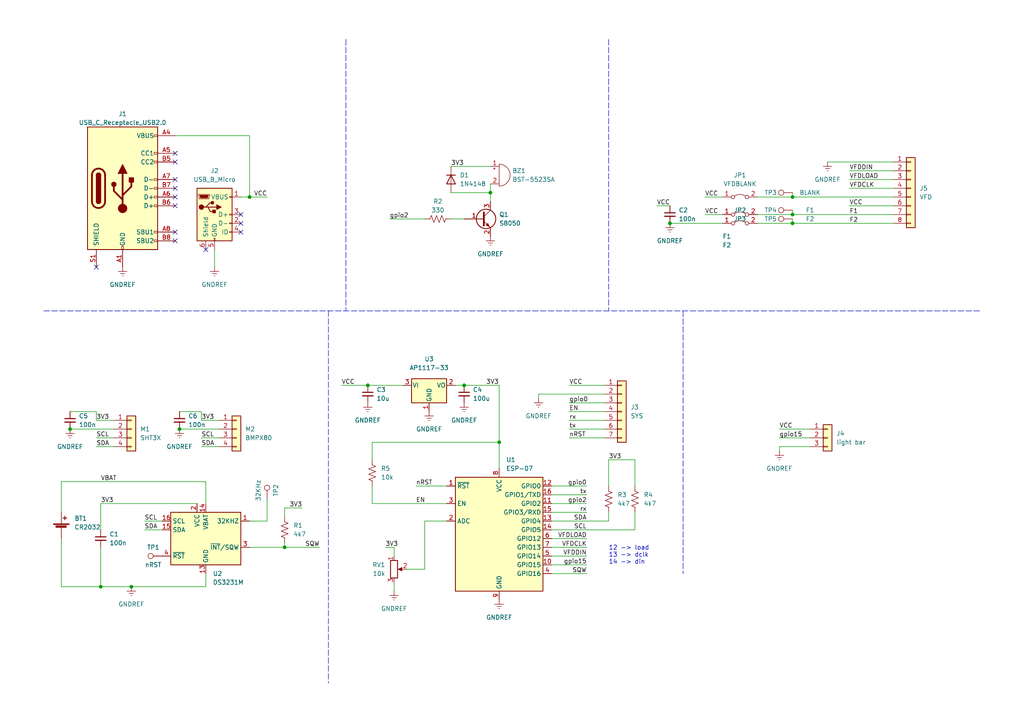
<source format=kicad_sch>
(kicad_sch (version 20211123) (generator eeschema)
  (paper "A4")
  (lib_symbols
    (symbol "Connector:TestPoint" (pin_numbers hide) (pin_names (offset 0.762) hide)
      (property "Reference" "TP" (at 0 6.858 0))
      (property "Value" "TestPoint" (at 0 5.08 0))
      (symbol "TestPoint_0_1"
        (circle (center 0 3.302) (radius 0.762))
      )
      (symbol "TestPoint_1_1"
        (pin passive line (at 0 0 90) (length 2.54) (name "1") (number "1"))
      )
    )
    (symbol "Connector:USB_B_Micro" (pin_names (offset 1.016))
      (property "Reference" "J" (at -5.08 11.43 0))
      (property "Value" "USB_B_Micro" (at -5.08 8.89 0))
      (symbol "USB_B_Micro_0_1"
        (rectangle (start -5.08 -7.62) (end 5.08 7.62) (stroke (width 0.254)) (fill (type background)))
        (circle (center -3.81 2.159) (radius 0.635) (stroke (width 0.254)) (fill (type outline)))
        (circle (center -0.635 3.429) (radius 0.381) (stroke (width 0.254)) (fill (type outline)))
        (rectangle (start -0.127 -7.62) (end 0.127 -6.858))
        (polyline (pts (xy -1.905 2.159) (xy 0.635 2.159)) (stroke (width 0.254)))
        (polyline (pts (xy -3.175 2.159) (xy -2.54 2.159) (xy -1.27 3.429) (xy -0.635 3.429)) (stroke (width 0.254)))
        (polyline (pts (xy -2.54 2.159) (xy -1.905 2.159) (xy -1.27 0.889) (xy 0 0.889)) (stroke (width 0.254)))
        (polyline (pts (xy 0.635 2.794) (xy 0.635 1.524) (xy 1.905 2.159) (xy 0.635 2.794)) (stroke (width 0.254)) (fill (type outline)))
        (polyline (pts (xy -4.318 5.588) (xy -1.778 5.588) (xy -2.032 4.826) (xy -4.064 4.826) (xy -4.318 5.588)) (fill (type outline)))
        (polyline (pts (xy -4.699 5.842) (xy -4.699 5.588) (xy -4.445 4.826) (xy -4.445 4.572) (xy -1.651 4.572) (xy -1.651 4.826) (xy -1.397 5.588) (xy -1.397 5.842) (xy -4.699 5.842)))
        (rectangle (start 0.254 1.27) (end -0.508 0.508) (stroke (width 0.254)) (fill (type outline)))
        (rectangle (start 5.08 -5.207) (end 4.318 -4.953))
        (rectangle (start 5.08 -2.667) (end 4.318 -2.413))
        (rectangle (start 5.08 -0.127) (end 4.318 0.127))
        (rectangle (start 5.08 4.953) (end 4.318 5.207))
      )
      (symbol "USB_B_Micro_1_1"
        (pin power_out line (at 7.62 5.08 180) (length 2.54) (name "VBUS") (number "1"))
        (pin bidirectional line (at 7.62 -2.54 180) (length 2.54) (name "D-") (number "2"))
        (pin bidirectional line (at 7.62 0 180) (length 2.54) (name "D+") (number "3"))
        (pin passive line (at 7.62 -5.08 180) (length 2.54) (name "ID") (number "4"))
        (pin power_out line (at 0 -10.16 90) (length 2.54) (name "GND") (number "5"))
        (pin passive line (at -2.54 -10.16 90) (length 2.54) (name "Shield") (number "6"))
      )
    )
    (symbol "Connector:USB_C_Receptacle_USB2.0" (pin_names (offset 1.016))
      (property "Reference" "J" (at -10.16 19.05 0))
      (property "Value" "USB_C_Receptacle_USB2.0" (at 19.05 19.05 0))
      (symbol "USB_C_Receptacle_USB2.0_0_0"
        (rectangle (start -0.254 -17.78) (end 0.254 -16.764))
        (rectangle (start 10.16 -14.986) (end 9.144 -15.494))
        (rectangle (start 10.16 -12.446) (end 9.144 -12.954))
        (rectangle (start 10.16 -4.826) (end 9.144 -5.334))
        (rectangle (start 10.16 -2.286) (end 9.144 -2.794))
        (rectangle (start 10.16 0.254) (end 9.144 -0.254))
        (rectangle (start 10.16 2.794) (end 9.144 2.286))
        (rectangle (start 10.16 7.874) (end 9.144 7.366))
        (rectangle (start 10.16 10.414) (end 9.144 9.906))
        (rectangle (start 10.16 15.494) (end 9.144 14.986))
      )
      (symbol "USB_C_Receptacle_USB2.0_0_1"
        (rectangle (start -10.16 17.78) (end 10.16 -17.78) (stroke (width 0.254)) (fill (type background)))
        (arc (start -8.89 -3.81) (mid -6.985 -5.715) (end -5.08 -3.81) (stroke (width 0.508)))
        (arc (start -7.62 -3.81) (mid -6.985 -4.445) (end -6.35 -3.81) (stroke (width 0.254)))
        (arc (start -7.62 -3.81) (mid -6.985 -4.445) (end -6.35 -3.81) (stroke (width 0.254)) (fill (type outline)))
        (rectangle (start -7.62 -3.81) (end -6.35 3.81) (stroke (width 0.254)) (fill (type outline)))
        (arc (start -6.35 3.81) (mid -6.985 4.445) (end -7.62 3.81) (stroke (width 0.254)))
        (arc (start -6.35 3.81) (mid -6.985 4.445) (end -7.62 3.81) (stroke (width 0.254)) (fill (type outline)))
        (arc (start -5.08 3.81) (mid -6.985 5.715) (end -8.89 3.81) (stroke (width 0.508)))
        (circle (center -2.54 1.143) (radius 0.635) (stroke (width 0.254)) (fill (type outline)))
        (circle (center 0 -5.842) (radius 1.27) (fill (type outline)))
        (polyline (pts (xy -8.89 -3.81) (xy -8.89 3.81)) (stroke (width 0.508)))
        (polyline (pts (xy -5.08 3.81) (xy -5.08 -3.81)) (stroke (width 0.508)))
        (polyline (pts (xy 0 -5.842) (xy 0 4.318)) (stroke (width 0.508)))
        (polyline (pts (xy 0 -3.302) (xy -2.54 -0.762) (xy -2.54 0.508)) (stroke (width 0.508)))
        (polyline (pts (xy 0 -2.032) (xy 2.54 0.508) (xy 2.54 1.778)) (stroke (width 0.508)))
        (polyline (pts (xy -1.27 4.318) (xy 0 6.858) (xy 1.27 4.318) (xy -1.27 4.318)) (stroke (width 0.254)) (fill (type outline)))
        (rectangle (start 1.905 1.778) (end 3.175 3.048) (stroke (width 0.254)) (fill (type outline)))
      )
      (symbol "USB_C_Receptacle_USB2.0_1_1"
        (pin passive line (at 0 -22.86 90) (length 5.08) (name "GND") (number "A1"))
        (pin passive line (at 0 -22.86 90) (length 5.08) hide (name "GND") (number "A12"))
        (pin passive line (at 15.24 15.24 180) (length 5.08) (name "VBUS") (number "A4"))
        (pin bidirectional line (at 15.24 10.16 180) (length 5.08) (name "CC1") (number "A5"))
        (pin bidirectional line (at 15.24 -2.54 180) (length 5.08) (name "D+") (number "A6"))
        (pin bidirectional line (at 15.24 2.54 180) (length 5.08) (name "D-") (number "A7"))
        (pin bidirectional line (at 15.24 -12.7 180) (length 5.08) (name "SBU1") (number "A8"))
        (pin passive line (at 15.24 15.24 180) (length 5.08) hide (name "VBUS") (number "A9"))
        (pin passive line (at 0 -22.86 90) (length 5.08) hide (name "GND") (number "B1"))
        (pin passive line (at 0 -22.86 90) (length 5.08) hide (name "GND") (number "B12"))
        (pin passive line (at 15.24 15.24 180) (length 5.08) hide (name "VBUS") (number "B4"))
        (pin bidirectional line (at 15.24 7.62 180) (length 5.08) (name "CC2") (number "B5"))
        (pin bidirectional line (at 15.24 -5.08 180) (length 5.08) (name "D+") (number "B6"))
        (pin bidirectional line (at 15.24 0 180) (length 5.08) (name "D-") (number "B7"))
        (pin bidirectional line (at 15.24 -15.24 180) (length 5.08) (name "SBU2") (number "B8"))
        (pin passive line (at 15.24 15.24 180) (length 5.08) hide (name "VBUS") (number "B9"))
        (pin passive line (at -7.62 -22.86 90) (length 5.08) (name "SHIELD") (number "S1"))
      )
    )
    (symbol "Connector_Generic:Conn_01x03" (pin_names (offset 1.016) hide)
      (property "Reference" "J" (at 0 5.08 0))
      (property "Value" "Conn_01x03" (at 0 -5.08 0))
      (symbol "Conn_01x03_1_1"
        (rectangle (start -1.27 -2.413) (end 0 -2.667) (stroke (width 0.1524)))
        (rectangle (start -1.27 0.127) (end 0 -0.127) (stroke (width 0.1524)))
        (rectangle (start -1.27 2.667) (end 0 2.413) (stroke (width 0.1524)))
        (rectangle (start -1.27 3.81) (end 1.27 -3.81) (stroke (width 0.254)) (fill (type background)))
        (pin passive line (at -5.08 2.54 0) (length 3.81) (name "Pin_1") (number "1"))
        (pin passive line (at -5.08 0 0) (length 3.81) (name "Pin_2") (number "2"))
        (pin passive line (at -5.08 -2.54 0) (length 3.81) (name "Pin_3") (number "3"))
      )
    )
    (symbol "Connector_Generic:Conn_01x04" (pin_names (offset 1.016) hide)
      (property "Reference" "J" (at 0 5.08 0))
      (property "Value" "Conn_01x04" (at 0 -7.62 0))
      (symbol "Conn_01x04_1_1"
        (rectangle (start -1.27 -4.953) (end 0 -5.207) (stroke (width 0.1524)))
        (rectangle (start -1.27 -2.413) (end 0 -2.667) (stroke (width 0.1524)))
        (rectangle (start -1.27 0.127) (end 0 -0.127) (stroke (width 0.1524)))
        (rectangle (start -1.27 2.667) (end 0 2.413) (stroke (width 0.1524)))
        (rectangle (start -1.27 3.81) (end 1.27 -6.35) (stroke (width 0.254)) (fill (type background)))
        (pin passive line (at -5.08 2.54 0) (length 3.81) (name "Pin_1") (number "1"))
        (pin passive line (at -5.08 0 0) (length 3.81) (name "Pin_2") (number "2"))
        (pin passive line (at -5.08 -2.54 0) (length 3.81) (name "Pin_3") (number "3"))
        (pin passive line (at -5.08 -5.08 0) (length 3.81) (name "Pin_4") (number "4"))
      )
    )
    (symbol "Connector_Generic:Conn_01x07" (pin_names (offset 1.016) hide)
      (property "Reference" "J" (at 0 10.16 0))
      (property "Value" "Conn_01x07" (at 0 -10.16 0))
      (symbol "Conn_01x07_1_1"
        (rectangle (start -1.27 -7.493) (end 0 -7.747) (stroke (width 0.1524)))
        (rectangle (start -1.27 -4.953) (end 0 -5.207) (stroke (width 0.1524)))
        (rectangle (start -1.27 -2.413) (end 0 -2.667) (stroke (width 0.1524)))
        (rectangle (start -1.27 0.127) (end 0 -0.127) (stroke (width 0.1524)))
        (rectangle (start -1.27 2.667) (end 0 2.413) (stroke (width 0.1524)))
        (rectangle (start -1.27 5.207) (end 0 4.953) (stroke (width 0.1524)))
        (rectangle (start -1.27 7.747) (end 0 7.493) (stroke (width 0.1524)))
        (rectangle (start -1.27 8.89) (end 1.27 -8.89) (stroke (width 0.254)) (fill (type background)))
        (pin passive line (at -5.08 7.62 0) (length 3.81) (name "Pin_1") (number "1"))
        (pin passive line (at -5.08 5.08 0) (length 3.81) (name "Pin_2") (number "2"))
        (pin passive line (at -5.08 2.54 0) (length 3.81) (name "Pin_3") (number "3"))
        (pin passive line (at -5.08 0 0) (length 3.81) (name "Pin_4") (number "4"))
        (pin passive line (at -5.08 -2.54 0) (length 3.81) (name "Pin_5") (number "5"))
        (pin passive line (at -5.08 -5.08 0) (length 3.81) (name "Pin_6") (number "6"))
        (pin passive line (at -5.08 -7.62 0) (length 3.81) (name "Pin_7") (number "7"))
      )
    )
    (symbol "Connector_Generic:Conn_01x08" (pin_names (offset 1.016) hide)
      (property "Reference" "J" (at 0 10.16 0))
      (property "Value" "Conn_01x08" (at 0 -12.7 0))
      (symbol "Conn_01x08_1_1"
        (rectangle (start -1.27 -10.033) (end 0 -10.287) (stroke (width 0.1524)))
        (rectangle (start -1.27 -7.493) (end 0 -7.747) (stroke (width 0.1524)))
        (rectangle (start -1.27 -4.953) (end 0 -5.207) (stroke (width 0.1524)))
        (rectangle (start -1.27 -2.413) (end 0 -2.667) (stroke (width 0.1524)))
        (rectangle (start -1.27 0.127) (end 0 -0.127) (stroke (width 0.1524)))
        (rectangle (start -1.27 2.667) (end 0 2.413) (stroke (width 0.1524)))
        (rectangle (start -1.27 5.207) (end 0 4.953) (stroke (width 0.1524)))
        (rectangle (start -1.27 7.747) (end 0 7.493) (stroke (width 0.1524)))
        (rectangle (start -1.27 8.89) (end 1.27 -11.43) (stroke (width 0.254)) (fill (type background)))
        (pin passive line (at -5.08 7.62 0) (length 3.81) (name "Pin_1") (number "1"))
        (pin passive line (at -5.08 5.08 0) (length 3.81) (name "Pin_2") (number "2"))
        (pin passive line (at -5.08 2.54 0) (length 3.81) (name "Pin_3") (number "3"))
        (pin passive line (at -5.08 0 0) (length 3.81) (name "Pin_4") (number "4"))
        (pin passive line (at -5.08 -2.54 0) (length 3.81) (name "Pin_5") (number "5"))
        (pin passive line (at -5.08 -5.08 0) (length 3.81) (name "Pin_6") (number "6"))
        (pin passive line (at -5.08 -7.62 0) (length 3.81) (name "Pin_7") (number "7"))
        (pin passive line (at -5.08 -10.16 0) (length 3.81) (name "Pin_8") (number "8"))
      )
    )
    (symbol "Device:Battery_Cell" (pin_numbers hide) (pin_names (offset 0) hide)
      (property "Reference" "BT" (at 2.54 2.54 0))
      (property "Value" "Battery_Cell" (at 2.54 0 0))
      (symbol "Battery_Cell_0_1"
        (rectangle (start -2.286 1.778) (end 2.286 1.524) (fill (type outline)))
        (rectangle (start -1.5748 1.1938) (end 1.4732 0.6858) (fill (type outline)))
        (polyline (pts (xy 0 0.762) (xy 0 0)))
        (polyline (pts (xy 0 1.778) (xy 0 2.54)))
        (polyline (pts (xy 0.508 3.429) (xy 1.524 3.429)) (stroke (width 0.254)))
        (polyline (pts (xy 1.016 3.937) (xy 1.016 2.921)) (stroke (width 0.254)))
      )
      (symbol "Battery_Cell_1_1"
        (pin passive line (at 0 5.08 270) (length 2.54) (name "+") (number "1"))
        (pin passive line (at 0 -2.54 90) (length 2.54) (name "-") (number "2"))
      )
    )
    (symbol "Device:Buzzer" (pin_names (offset 0.0254) hide)
      (property "Reference" "BZ1" (at 3.81 1.2701 0))
      (property "Value" "BST-5523SA " (at 3.81 -1.2699 0))
      (symbol "Buzzer_0_1"
        (arc (start 0 -3.175) (mid 3.175 0) (end 0 3.175))
        (polyline (pts (xy -1.651 1.905) (xy -1.143 1.905)))
        (polyline (pts (xy -1.397 2.159) (xy -1.397 1.651)))
        (polyline (pts (xy 0 3.175) (xy 0 -3.175)))
      )
      (symbol "Buzzer_1_1"
        (pin passive line (at -2.54 2.54 0) (length 2.54) (name "-") (number "1"))
        (pin passive line (at -2.54 -2.54 0) (length 2.54) (name "+") (number "2"))
        (pin no_connect line (at -2.54 -5.08 0) (length 2.54) hide (name "3") (number "3"))
      )
    )
    (symbol "Device:C_Small" (pin_numbers hide) (pin_names (offset 0.254) hide)
      (property "Reference" "C" (at 0.254 1.778 0))
      (property "Value" "C_Small" (at 0.254 -2.032 0))
      (symbol "C_Small_0_1"
        (polyline (pts (xy -1.524 -0.508) (xy 1.524 -0.508)) (stroke (width 0.3302)))
        (polyline (pts (xy -1.524 0.508) (xy 1.524 0.508)) (stroke (width 0.3048)))
      )
      (symbol "C_Small_1_1"
        (pin passive line (at 0 2.54 270) (length 2.032) (name "~") (number "1"))
        (pin passive line (at 0 -2.54 90) (length 2.032) (name "~") (number "2"))
      )
    )
    (symbol "Device:R_Potentiometer" (pin_names (offset 1.016) hide)
      (property "Reference" "RV" (at -4.445 0 90))
      (property "Value" "R_Potentiometer" (at -2.54 0 90))
      (symbol "R_Potentiometer_0_1"
        (polyline (pts (xy 2.54 0) (xy 1.524 0)))
        (polyline (pts (xy 1.143 0) (xy 2.286 0.508) (xy 2.286 -0.508) (xy 1.143 0)) (fill (type outline)))
        (rectangle (start 1.016 2.54) (end -1.016 -2.54) (stroke (width 0.254)))
      )
      (symbol "R_Potentiometer_1_1"
        (pin passive line (at 0 3.81 270) (length 1.27) (name "1") (number "1"))
        (pin passive line (at 3.81 0 180) (length 1.27) (name "2") (number "2"))
        (pin passive line (at 0 -3.81 90) (length 1.27) (name "3") (number "3"))
      )
    )
    (symbol "Device:R_US" (pin_numbers hide) (pin_names (offset 0))
      (property "Reference" "R" (at 2.54 0 90))
      (property "Value" "R_US" (at -2.54 0 90))
      (symbol "R_US_0_1"
        (polyline (pts (xy 0 -2.286) (xy 0 -2.54)))
        (polyline (pts (xy 0 2.286) (xy 0 2.54)))
        (polyline (pts (xy 0 -0.762) (xy 1.016 -1.143) (xy 0 -1.524) (xy -1.016 -1.905) (xy 0 -2.286)))
        (polyline (pts (xy 0 0.762) (xy 1.016 0.381) (xy 0 0) (xy -1.016 -0.381) (xy 0 -0.762)))
        (polyline (pts (xy 0 2.286) (xy 1.016 1.905) (xy 0 1.524) (xy -1.016 1.143) (xy 0 0.762)))
      )
      (symbol "R_US_1_1"
        (pin passive line (at 0 3.81 270) (length 1.27) (name "~") (number "1"))
        (pin passive line (at 0 -3.81 90) (length 1.27) (name "~") (number "2"))
      )
    )
    (symbol "Diode:1N4148" (pin_numbers hide) (pin_names (offset 1.016) hide)
      (property "Reference" "D" (at 0 2.54 0))
      (property "Value" "1N4148" (at 0 -2.54 0))
      (symbol "1N4148_0_1"
        (polyline (pts (xy -1.27 1.27) (xy -1.27 -1.27)) (stroke (width 0.254)))
        (polyline (pts (xy 1.27 0) (xy -1.27 0)))
        (polyline (pts (xy 1.27 1.27) (xy 1.27 -1.27) (xy -1.27 0) (xy 1.27 1.27)) (stroke (width 0.254)))
      )
      (symbol "1N4148_1_1"
        (pin passive line (at -3.81 0 0) (length 2.54) (name "K") (number "1"))
        (pin passive line (at 3.81 0 180) (length 2.54) (name "A") (number "2"))
      )
    )
    (symbol "Jumper:Jumper_2_Bridged" (pin_names (offset 0) hide)
      (property "Reference" "JP" (at 0 1.905 0))
      (property "Value" "Jumper_2_Bridged" (at 0 -2.54 0))
      (symbol "Jumper_2_Bridged_0_0"
        (circle (center -2.032 0) (radius 0.508))
        (circle (center 2.032 0) (radius 0.508))
      )
      (symbol "Jumper_2_Bridged_0_1"
        (arc (start 1.524 0.254) (mid 0 0.762) (end -1.524 0.254))
      )
      (symbol "Jumper_2_Bridged_1_1"
        (pin passive line (at -5.08 0 0) (length 2.54) (name "A") (number "1"))
        (pin passive line (at 5.08 0 180) (length 2.54) (name "B") (number "2"))
      )
    )
    (symbol "RF_Module:ESP-07"
      (property "Reference" "U" (at -12.7 19.05 0))
      (property "Value" "ESP-07" (at 12.7 19.05 0))
      (symbol "ESP-07_0_1"
        (rectangle (start -12.7 17.78) (end 12.7 -15.24) (stroke (width 0.254)) (fill (type background)))
      )
      (symbol "ESP-07_1_1"
        (pin input line (at -15.24 15.24 0) (length 2.54) (name "~{RST}") (number "1"))
        (pin bidirectional line (at 15.24 -7.62 180) (length 2.54) (name "GPIO15") (number "10"))
        (pin bidirectional line (at 15.24 10.16 180) (length 2.54) (name "GPIO2") (number "11"))
        (pin bidirectional line (at 15.24 15.24 180) (length 2.54) (name "GPIO0") (number "12"))
        (pin bidirectional line (at 15.24 5.08 180) (length 2.54) (name "GPIO4") (number "13"))
        (pin bidirectional line (at 15.24 2.54 180) (length 2.54) (name "GPIO5") (number "14"))
        (pin bidirectional line (at 15.24 7.62 180) (length 2.54) (name "GPIO3/RXD") (number "15"))
        (pin bidirectional line (at 15.24 12.7 180) (length 2.54) (name "GPIO1/TXD") (number "16"))
        (pin input line (at -15.24 5.08 0) (length 2.54) (name "ADC") (number "2"))
        (pin input line (at -15.24 10.16 0) (length 2.54) (name "EN") (number "3"))
        (pin bidirectional line (at 15.24 -10.16 180) (length 2.54) (name "GPIO16") (number "4"))
        (pin bidirectional line (at 15.24 -5.08 180) (length 2.54) (name "GPIO14") (number "5"))
        (pin bidirectional line (at 15.24 0 180) (length 2.54) (name "GPIO12") (number "6"))
        (pin bidirectional line (at 15.24 -2.54 180) (length 2.54) (name "GPIO13") (number "7"))
        (pin power_in line (at 0 20.32 270) (length 2.54) (name "VCC") (number "8"))
        (pin power_in line (at 0 -17.78 90) (length 2.54) (name "GND") (number "9"))
      )
    )
    (symbol "Regulator_Linear:AP1117-33" (pin_names (offset 0.254))
      (property "Reference" "U" (at -3.81 3.175 0))
      (property "Value" "AP1117-33" (at 0 3.175 0))
      (symbol "AP1117-33_0_1"
        (rectangle (start -5.08 -5.08) (end 5.08 1.905) (stroke (width 0.254)) (fill (type background)))
      )
      (symbol "AP1117-33_1_1"
        (pin power_in line (at 0 -7.62 90) (length 2.54) (name "GND") (number "1"))
        (pin power_out line (at 7.62 0 180) (length 2.54) (name "VO") (number "2"))
        (pin power_in line (at -7.62 0 0) (length 2.54) (name "VI") (number "3"))
      )
    )
    (symbol "Timer_RTC:DS3231M"
      (property "Reference" "U" (at -7.62 8.89 0))
      (property "Value" "DS3231M" (at 10.16 8.89 0))
      (symbol "DS3231M_0_1"
        (rectangle (start -10.16 7.62) (end 10.16 -7.62) (stroke (width 0.254)) (fill (type background)))
      )
      (symbol "DS3231M_1_1"
        (pin open_collector line (at 12.7 5.08 180) (length 2.54) (name "32KHZ") (number "1"))
        (pin passive line (at 0 -10.16 90) (length 2.54) hide (name "GND") (number "10"))
        (pin passive line (at 0 -10.16 90) (length 2.54) hide (name "GND") (number "11"))
        (pin passive line (at 0 -10.16 90) (length 2.54) hide (name "GND") (number "12"))
        (pin power_in line (at 0 -10.16 90) (length 2.54) (name "GND") (number "13"))
        (pin power_in line (at 0 10.16 270) (length 2.54) (name "VBAT") (number "14"))
        (pin bidirectional line (at -12.7 2.54 0) (length 2.54) (name "SDA") (number "15"))
        (pin input line (at -12.7 5.08 0) (length 2.54) (name "SCL") (number "16"))
        (pin power_in line (at -2.54 10.16 270) (length 2.54) (name "VCC") (number "2"))
        (pin open_collector line (at 12.7 -2.54 180) (length 2.54) (name "~{INT}/SQW") (number "3"))
        (pin bidirectional line (at -12.7 -5.08 0) (length 2.54) (name "~{RST}") (number "4"))
        (pin passive line (at 0 -10.16 90) (length 2.54) hide (name "GND") (number "5"))
        (pin passive line (at 0 -10.16 90) (length 2.54) hide (name "GND") (number "6"))
        (pin passive line (at 0 -10.16 90) (length 2.54) hide (name "GND") (number "7"))
        (pin passive line (at 0 -10.16 90) (length 2.54) hide (name "GND") (number "8"))
        (pin passive line (at 0 -10.16 90) (length 2.54) hide (name "GND") (number "9"))
      )
    )
    (symbol "Transistor_BJT:BC817" (pin_names (offset 0) hide)
      (property "Reference" "Q" (at 5.08 1.905 0))
      (property "Value" "BC817" (at 5.08 0 0))
      (symbol "BC817_0_1"
        (polyline (pts (xy 0.635 0.635) (xy 2.54 2.54)))
        (polyline (pts (xy 0.635 -0.635) (xy 2.54 -2.54) (xy 2.54 -2.54)))
        (polyline (pts (xy 0.635 1.905) (xy 0.635 -1.905) (xy 0.635 -1.905)) (stroke (width 0.508)))
        (polyline (pts (xy 1.27 -1.778) (xy 1.778 -1.27) (xy 2.286 -2.286) (xy 1.27 -1.778) (xy 1.27 -1.778)) (fill (type outline)))
        (circle (center 1.27 0) (radius 2.8194) (stroke (width 0.254)))
      )
      (symbol "BC817_1_1"
        (pin input line (at -5.08 0 0) (length 5.715) (name "B") (number "1"))
        (pin passive line (at 2.54 -5.08 90) (length 2.54) (name "E") (number "2"))
        (pin passive line (at 2.54 5.08 270) (length 2.54) (name "C") (number "3"))
      )
    )
    (symbol "power:GNDREF" (power) (pin_names (offset 0))
      (property "Value" "GNDREF" (at 0 -3.81 0))
      (symbol "GNDREF_0_1"
        (polyline (pts (xy -0.635 -1.905) (xy 0.635 -1.905)))
        (polyline (pts (xy -0.127 -2.54) (xy 0.127 -2.54)))
        (polyline (pts (xy 0 -1.27) (xy 0 0)))
        (polyline (pts (xy 1.27 -1.27) (xy -1.27 -1.27)))
      )
      (symbol "GNDREF_1_1"
        (pin power_in line (at 0 0 270) (length 0) hide (name "GNDREF") (number "1"))
      )
    )
  )
  (junction (at 144.78 128.27))
  (junction (at 134.62 111.76))
  (junction (at 82.55 158.75))
  (junction (at 29.21 170.18))
  (junction (at 106.68 111.76))
  (junction (at 38.1 170.18))
  (junction (at 52.07 124.46))
  (junction (at 142.24 55.88))
  (junction (at 20.32 124.46))
  (junction (at 72.39 57.15))
  (junction (at 229.87 57.15))
  (junction (at 194.31 64.77))
  (junction (at 229.87 64.77))
  (junction (at 229.87 62.23))
  (no_connect (at 27.94 77.47))
  (no_connect (at 50.8 57.15))
  (no_connect (at 50.8 59.69))
  (no_connect (at 50.8 67.31))
  (no_connect (at 50.8 69.85))
  (no_connect (at 50.8 44.45))
  (no_connect (at 50.8 46.99))
  (no_connect (at 50.8 52.07))
  (no_connect (at 50.8 54.61))
  (no_connect (at 69.85 67.31))
  (no_connect (at 69.85 64.77))
  (no_connect (at 69.85 62.23))
  (no_connect (at 59.69 72.39))
  (wire (pts (xy 107.95 140.97) (xy 107.95 146.05)))
  (wire (pts (xy 77.47 151.13) (xy 72.39 151.13)))
  (wire (pts (xy 72.39 39.37) (xy 72.39 57.15)))
  (wire (pts (xy 204.47 62.23) (xy 209.55 62.23)))
  (polyline (pts (xy 198.12 90.17) (xy 198.12 166.37)))
  (wire (pts (xy 82.55 157.48) (xy 82.55 158.75)))
  (wire (pts (xy 246.38 54.61) (xy 259.08 54.61)))
  (wire (pts (xy 27.94 129.54) (xy 33.02 129.54)))
  (wire (pts (xy 17.78 156.21) (xy 17.78 170.18)))
  (wire (pts (xy 176.53 140.97) (xy 176.53 133.35)))
  (wire (pts (xy 77.47 144.78) (xy 77.47 151.13)))
  (wire (pts (xy 176.53 151.13) (xy 176.53 148.59)))
  (wire (pts (xy 160.02 151.13) (xy 176.53 151.13)))
  (wire (pts (xy 107.95 133.35) (xy 107.95 128.27)))
  (wire (pts (xy 41.91 151.13) (xy 46.99 151.13)))
  (polyline (pts (xy 176.53 11.43) (xy 176.53 90.17)))
  (wire (pts (xy 29.21 158.75) (xy 29.21 170.18)))
  (polyline (pts (xy 95.25 90.17) (xy 95.25 198.12)))
  (wire (pts (xy 82.55 149.86) (xy 82.55 147.32)))
  (wire (pts (xy 123.19 165.1) (xy 123.19 151.13)))
  (wire (pts (xy 118.11 165.1) (xy 123.19 165.1)))
  (wire (pts (xy 58.42 119.38) (xy 52.07 119.38)))
  (wire (pts (xy 229.87 62.23) (xy 259.08 62.23)))
  (wire (pts (xy 184.15 153.67) (xy 184.15 148.59)))
  (wire (pts (xy 134.62 111.76) (xy 144.78 111.76)))
  (wire (pts (xy 130.81 55.88) (xy 142.24 55.88)))
  (wire (pts (xy 38.1 170.18) (xy 29.21 170.18)))
  (wire (pts (xy 226.06 127) (xy 234.95 127)))
  (wire (pts (xy 160.02 153.67) (xy 184.15 153.67)))
  (wire (pts (xy 132.08 111.76) (xy 134.62 111.76)))
  (wire (pts (xy 165.1 119.38) (xy 175.26 119.38)))
  (wire (pts (xy 50.8 39.37) (xy 72.39 39.37)))
  (wire (pts (xy 82.55 147.32) (xy 87.63 147.32)))
  (wire (pts (xy 160.02 158.75) (xy 170.18 158.75)))
  (wire (pts (xy 219.71 62.23) (xy 229.87 62.23)))
  (wire (pts (xy 123.19 151.13) (xy 129.54 151.13)))
  (wire (pts (xy 82.55 158.75) (xy 92.71 158.75)))
  (wire (pts (xy 41.91 153.67) (xy 46.99 153.67)))
  (wire (pts (xy 59.69 146.05) (xy 59.69 139.7)))
  (wire (pts (xy 111.76 158.75) (xy 114.3 158.75)))
  (wire (pts (xy 229.87 55.88) (xy 229.87 57.15)))
  (wire (pts (xy 229.87 57.15) (xy 259.08 57.15)))
  (wire (pts (xy 59.69 170.18) (xy 38.1 170.18)))
  (wire (pts (xy 246.38 49.53) (xy 259.08 49.53)))
  (wire (pts (xy 99.06 111.76) (xy 106.68 111.76)))
  (wire (pts (xy 27.94 121.92) (xy 33.02 121.92)))
  (wire (pts (xy 160.02 140.97) (xy 170.18 140.97)))
  (wire (pts (xy 219.71 64.77) (xy 229.87 64.77)))
  (wire (pts (xy 184.15 133.35) (xy 184.15 140.97)))
  (wire (pts (xy 52.07 124.46) (xy 63.5 124.46)))
  (wire (pts (xy 165.1 121.92) (xy 175.26 121.92)))
  (wire (pts (xy 194.31 64.77) (xy 209.55 64.77)))
  (wire (pts (xy 27.94 119.38) (xy 20.32 119.38)))
  (wire (pts (xy 113.03 63.5) (xy 123.19 63.5)))
  (wire (pts (xy 58.42 127) (xy 63.5 127)))
  (polyline (pts (xy 100.33 11.43) (xy 100.33 90.17)))
  (wire (pts (xy 229.87 63.5) (xy 229.87 64.77)))
  (wire (pts (xy 114.3 168.91) (xy 114.3 171.45)))
  (wire (pts (xy 204.47 57.15) (xy 209.55 57.15)))
  (wire (pts (xy 62.23 77.47) (xy 62.23 72.39)))
  (wire (pts (xy 27.94 121.92) (xy 27.94 119.38)))
  (wire (pts (xy 142.24 53.34) (xy 142.24 55.88)))
  (wire (pts (xy 240.03 46.99) (xy 259.08 46.99)))
  (wire (pts (xy 69.85 57.15) (xy 72.39 57.15)))
  (wire (pts (xy 29.21 146.05) (xy 29.21 153.67)))
  (wire (pts (xy 176.53 133.35) (xy 184.15 133.35)))
  (wire (pts (xy 27.94 127) (xy 33.02 127)))
  (wire (pts (xy 160.02 146.05) (xy 170.18 146.05)))
  (wire (pts (xy 144.78 111.76) (xy 144.78 128.27)))
  (wire (pts (xy 59.69 170.18) (xy 59.69 166.37)))
  (wire (pts (xy 234.95 129.54) (xy 226.06 129.54)))
  (wire (pts (xy 114.3 158.75) (xy 114.3 161.29)))
  (wire (pts (xy 130.81 48.26) (xy 142.24 48.26)))
  (wire (pts (xy 165.1 116.84) (xy 175.26 116.84)))
  (wire (pts (xy 160.02 148.59) (xy 170.18 148.59)))
  (wire (pts (xy 107.95 146.05) (xy 129.54 146.05)))
  (wire (pts (xy 142.24 55.88) (xy 142.24 58.42)))
  (wire (pts (xy 144.78 128.27) (xy 144.78 135.89)))
  (wire (pts (xy 20.32 124.46) (xy 33.02 124.46)))
  (wire (pts (xy 57.15 146.05) (xy 29.21 146.05)))
  (wire (pts (xy 229.87 64.77) (xy 259.08 64.77)))
  (wire (pts (xy 226.06 129.54) (xy 226.06 130.81)))
  (wire (pts (xy 219.71 57.15) (xy 229.87 57.15)))
  (wire (pts (xy 72.39 158.75) (xy 82.55 158.75)))
  (wire (pts (xy 246.38 59.69) (xy 259.08 59.69)))
  (wire (pts (xy 160.02 143.51) (xy 170.18 143.51)))
  (wire (pts (xy 58.42 129.54) (xy 63.5 129.54)))
  (wire (pts (xy 165.1 124.46) (xy 175.26 124.46)))
  (wire (pts (xy 17.78 139.7) (xy 17.78 148.59)))
  (wire (pts (xy 226.06 124.46) (xy 234.95 124.46)))
  (wire (pts (xy 160.02 163.83) (xy 170.18 163.83)))
  (wire (pts (xy 156.21 114.3) (xy 156.21 115.57)))
  (wire (pts (xy 229.87 60.96) (xy 229.87 62.23)))
  (wire (pts (xy 17.78 170.18) (xy 29.21 170.18)))
  (wire (pts (xy 106.68 111.76) (xy 116.84 111.76)))
  (wire (pts (xy 246.38 52.07) (xy 259.08 52.07)))
  (wire (pts (xy 130.81 63.5) (xy 134.62 63.5)))
  (wire (pts (xy 156.21 114.3) (xy 175.26 114.3)))
  (wire (pts (xy 120.65 140.97) (xy 129.54 140.97)))
  (wire (pts (xy 72.39 57.15) (xy 77.47 57.15)))
  (wire (pts (xy 165.1 127) (xy 175.26 127)))
  (wire (pts (xy 59.69 139.7) (xy 17.78 139.7)))
  (wire (pts (xy 160.02 166.37) (xy 170.18 166.37)))
  (wire (pts (xy 160.02 156.21) (xy 170.18 156.21)))
  (wire (pts (xy 107.95 128.27) (xy 144.78 128.27)))
  (wire (pts (xy 160.02 161.29) (xy 170.18 161.29)))
  (wire (pts (xy 58.42 121.92) (xy 63.5 121.92)))
  (wire (pts (xy 58.42 121.92) (xy 58.42 119.38)))
  (wire (pts (xy 165.1 111.76) (xy 175.26 111.76)))
  (wire (pts (xy 190.5 59.69) (xy 194.31 59.69)))
  (polyline (pts (xy 12.7 90.17) (xy 284.48 90.17)))
  (text "12 -> load\n13 -> dclk\n14 -> din" (at 176.53 163.83 0) (effects (font (size 1.27 1.27)) (justify left bottom)))
  (label "3V3" (at 29.21 146.05 0))
  (label "3V3" (at 130.81 48.26 0))
  (label "gpio2" (at 170.18 146.05 180))
  (label "SCL" (at 58.42 127 0))
  (label "tx" (at 165.1 124.46 0))
  (label "F2" (at 246.38 64.77 0))
  (label "VCC" (at 77.47 57.15 180))
  (label "gpio15" (at 226.06 127 0))
  (label "tx" (at 170.18 143.51 180))
  (label "VCC" (at 204.47 57.15 0))
  (label "VCC" (at 204.47 62.23 0))
  (label "VFDLOAD" (at 246.38 52.07 0))
  (label "SDA" (at 27.94 129.54 0))
  (label "VFDLOAD" (at 170.18 156.21 180))
  (label "nRST" (at 165.1 127 0))
  (label "VCC" (at 246.38 59.69 0))
  (label "VBAT" (at 29.21 139.7 0))
  (label "EN" (at 165.1 119.38 0))
  (label "gpio0" (at 170.18 140.97 180))
  (label "gpio0" (at 165.1 116.84 0))
  (label "SCL" (at 170.18 153.67 180))
  (label "VCC" (at 226.06 124.46 0))
  (label "SCL" (at 41.91 151.13 0))
  (label "SQW" (at 170.18 166.37 180))
  (label "VFDCLK" (at 246.38 54.61 0))
  (label "VFDDIN" (at 170.18 161.29 180))
  (label "VCC" (at 165.1 111.76 0))
  (label "SDA" (at 170.18 151.13 180))
  (label "SDA" (at 58.42 129.54 0))
  (label "VFDDIN" (at 246.38 49.53 0))
  (label "EN" (at 120.65 146.05 0))
  (label "gpio2" (at 113.03 63.5 0))
  (label "SCL" (at 27.94 127 0))
  (label "SDA" (at 41.91 153.67 0))
  (label "3V3" (at 176.53 133.35 0))
  (label "3V3" (at 58.42 121.92 0))
  (label "3V3" (at 27.94 121.92 0))
  (label "nRST" (at 120.65 140.97 0))
  (label "3V3" (at 87.63 147.32 180))
  (label "3V3" (at 111.76 158.75 0))
  (label "gpio15" (at 170.18 163.83 180))
  (label "VCC" (at 99.06 111.76 0))
  (label "VCC" (at 190.5 59.69 0))
  (label "3V3" (at 140.97 111.76 0))
  (label "SQW" (at 92.71 158.75 180))
  (label "VFDCLK" (at 170.18 158.75 180))
  (label "F1" (at 246.38 62.23 0))
  (label "rx" (at 165.1 121.92 0))
  (label "rx" (at 170.18 148.59 180))
  (symbol (lib_id "power:GNDREF") (at 240.03 46.99 0) (unit 1)
    (property "Reference" "#PWR011" (effects hide))
    (property "Value" "GNDREF" (at 240.03 52.07 0))
  )
  (symbol (lib_id "Connector_Generic:Conn_01x04") (at 68.58 124.46 0) (unit 1)
    (property "Reference" "M2" (at 71.12 124.4599 0) (effects (justify left)))
    (property "Value" "BMPX80" (at 71.12 126.9999 0) (effects (justify left)))
    (property "Footprint" "Connector_PinHeader_2.54mm:PinHeader_1x04_P2.54mm_Vertical" (effects hide))
  )
  (symbol (lib_id "Timer_RTC:DS3231M") (at 59.69 156.21 0) (unit 1)
    (property "Reference" "U2" (at 61.7094 166.37 0) (effects (justify left)))
    (property "Value" "DS3231M" (at 61.7094 168.91 0) (effects (justify left)))
    (property "Footprint" "Package_SO:SOIC-16W_7.5x10.3mm_P1.27mm" (effects hide))
    (property "Datasheet" "http://datasheets.maximintegrated.com/en/ds/DS3231.pdf" (effects hide))
  )
  (symbol (lib_id "Jumper:Jumper_2_Bridged") (at 214.63 62.23 0) (unit 1)
    (property "Reference" "JP2" (at 214.63 60.96 0))
    (property "Value" "F1" (at 210.82 68.58 0))
    (property "Footprint" "Jumper:SolderJumper-2_P1.3mm_Bridged_RoundedPad1.0x1.5mm" (effects hide))
  )
  (symbol (lib_id "Diode:1N4148") (at 130.81 52.07 270) (unit 1)
    (property "Reference" "D1" (at 133.35 50.7999 90) (effects (justify left)))
    (property "Value" "1N4148" (at 133.35 53.3399 90) (effects (justify left)))
    (property "Footprint" "Diode_SMD:D_1206_3216Metric_Pad1.42x1.75mm_HandSolder" (effects hide))
    (property "Datasheet" "https://assets.nexperia.com/documents/data-sheet/1N4148_1N4448.pdf" (effects hide))
  )
  (symbol (lib_id "Device:C_Small") (at 134.62 114.3 0) (unit 1)
    (property "Reference" "C4" (at 137.16 113.0362 0) (effects (justify left)))
    (property "Value" "100u" (at 137.16 115.5762 0) (effects (justify left)))
    (property "Footprint" "Capacitor_SMD:C_1206_3216Metric_Pad1.33x1.80mm_HandSolder" (effects hide))
  )
  (symbol (lib_id "Jumper:Jumper_2_Bridged") (at 214.63 57.15 0) (unit 1)
    (property "Reference" "JP1" (at 214.63 50.8 0))
    (property "Value" "VFDBLANK" (at 214.63 53.34 0))
    (property "Footprint" "Jumper:SolderJumper-2_P1.3mm_Bridged_RoundedPad1.0x1.5mm" (effects hide))
  )
  (symbol (lib_id "Connector_Generic:Conn_01x03") (at 240.03 127 0) (unit 1)
    (property "Reference" "J4" (at 242.57 125.7299 0) (effects (justify left)))
    (property "Value" "light bar" (at 242.57 128.2699 0) (effects (justify left)))
    (property "Footprint" "Connector_PinHeader_2.54mm:PinHeader_1x03_P2.54mm_Vertical" (effects hide))
  )
  (symbol (lib_id "RF_Module:ESP-07") (at 144.78 156.21 0) (unit 1)
    (property "Reference" "U1" (at 146.7994 133.35 0) (effects (justify left)))
    (property "Value" "ESP-07" (at 146.7994 135.89 0) (effects (justify left)))
    (property "Footprint" "RF_Module:ESP-07" (effects hide))
    (property "Datasheet" "http://wiki.ai-thinker.com/_media/esp8266/esp8266_series_modules_user_manual_v1.1.pdf" (effects hide))
  )
  (symbol (lib_id "Connector:USB_B_Micro") (at 62.23 62.23 0) (unit 1)
    (property "Reference" "J2" (at 62.23 49.53 0))
    (property "Value" "USB_B_Micro" (at 62.23 52.07 0))
    (property "Footprint" "Connector_USB:USB_Micro-B_GCT_USB3076-30-A" (effects hide))
  )
  (symbol (lib_id "power:GNDREF") (at 106.68 116.84 0) (unit 1)
    (property "Reference" "#PWR012" (effects hide))
    (property "Value" "GNDREF" (at 106.68 121.92 0))
  )
  (symbol (lib_id "Regulator_Linear:AP1117-33") (at 124.46 111.76 0) (unit 1)
    (property "Reference" "U3" (at 124.46 104.14 0))
    (property "Value" "AP1117-33" (at 124.46 106.68 0))
    (property "Footprint" "Package_TO_SOT_SMD:SOT-223-3_TabPin2" (effects hide))
    (property "Datasheet" "http://www.diodes.com/datasheets/AP1117.pdf" (effects hide))
  )
  (symbol (lib_id "power:GNDREF") (at 35.56 77.47 0) (unit 1)
    (property "Reference" "#PWR01" (effects hide))
    (property "Value" "GNDREF" (at 35.56 82.55 0))
  )
  (symbol (lib_id "power:GNDREF") (at 20.32 124.46 0) (unit 1)
    (property "Reference" "#PWR0101" (effects hide))
    (property "Value" "GNDREF" (at 20.32 129.54 0))
  )
  (symbol (lib_id "power:GNDREF") (at 156.21 115.57 0) (unit 1)
    (property "Reference" "#PWR05" (effects hide))
    (property "Value" "GNDREF" (at 156.21 120.65 0))
  )
  (symbol (lib_id "power:GNDREF") (at 52.07 124.46 0) (unit 1)
    (property "Reference" "#PWR0102" (effects hide))
    (property "Value" "GNDREF" (at 52.07 129.54 0))
  )
  (symbol (lib_id "power:GNDREF") (at 142.24 68.58 0) (unit 1)
    (property "Reference" "#PWR07" (effects hide))
    (property "Value" "GNDREF" (at 142.24 73.66 0))
  )
  (symbol (lib_id "power:GNDREF") (at 144.78 173.99 0) (unit 1)
    (property "Reference" "#PWR08" (effects hide))
    (property "Value" "GNDREF" (at 144.78 179.07 0))
  )
  (symbol (lib_id "Device:R_US") (at 82.55 153.67 0) (unit 1)
    (property "Reference" "R1" (at 85.09 152.3999 0) (effects (justify left)))
    (property "Value" "4k7" (at 85.09 154.9399 0) (effects (justify left)))
    (property "Footprint" "Resistor_SMD:R_0805_2012Metric_Pad1.20x1.40mm_HandSolder" (effects hide))
  )
  (symbol (lib_id "power:GNDREF") (at 38.1 170.18 0) (unit 1)
    (property "Reference" "#PWR02" (effects hide))
    (property "Value" "GNDREF" (at 38.1 175.26 0))
  )
  (symbol (lib_id "Device:C_Small") (at 194.31 62.23 0) (unit 1)
    (property "Reference" "C2" (at 196.85 60.9662 0) (effects (justify left)))
    (property "Value" "100n" (at 196.85 63.5062 0) (effects (justify left)))
    (property "Footprint" "Capacitor_SMD:C_0805_2012Metric_Pad1.18x1.45mm_HandSolder" (effects hide))
  )
  (symbol (lib_id "Connector:TestPoint") (at 46.99 161.29 90) (unit 1)
    (property "Reference" "TP1" (at 44.45 158.75 90))
    (property "Value" "nRST" (at 44.45 163.83 90))
    (property "Footprint" "TestPoint:TestPoint_Pad_D1.0mm" (effects hide))
  )
  (symbol (lib_id "Device:R_US") (at 127 63.5 90) (unit 1)
    (property "Reference" "R2" (at 127 58.42 90))
    (property "Value" "330" (at 127 60.96 90))
    (property "Footprint" "Resistor_SMD:R_0805_2012Metric_Pad1.20x1.40mm_HandSolder" (effects hide))
  )
  (symbol (lib_id "power:GNDREF") (at 194.31 64.77 0) (unit 1)
    (property "Reference" "#PWR09" (effects hide))
    (property "Value" "GNDREF" (at 194.31 69.85 0))
  )
  (symbol (lib_id "power:GNDREF") (at 124.46 119.38 0) (unit 1)
    (property "Reference" "#PWR06" (effects hide))
    (property "Value" "GNDREF" (at 124.46 124.46 0))
  )
  (symbol (lib_id "Device:R_US") (at 184.15 144.78 0) (unit 1)
    (property "Reference" "R4" (at 186.69 143.5099 0) (effects (justify left)))
    (property "Value" "4k7" (at 186.69 146.0499 0) (effects (justify left)))
    (property "Footprint" "Resistor_SMD:R_0805_2012Metric_Pad1.20x1.40mm_HandSolder" (effects hide))
  )
  (symbol (lib_id "Connector:TestPoint") (at 77.47 144.78 0) (unit 1)
    (property "Reference" "TP2" (at 80.01 142.24 90))
    (property "Value" "32KHz" (at 74.93 142.24 90))
    (property "Footprint" "TestPoint:TestPoint_Pad_D1.0mm" (effects hide))
  )
  (symbol (lib_id "Device:R_US") (at 107.95 137.16 0) (unit 1)
    (property "Reference" "R5" (at 110.49 135.8899 0) (effects (justify left)))
    (property "Value" "10k" (at 110.49 138.4299 0) (effects (justify left)))
    (property "Footprint" "Resistor_SMD:R_0805_2012Metric_Pad1.20x1.40mm_HandSolder" (effects hide))
  )
  (symbol (lib_id "Connector_Generic:Conn_01x08") (at 264.16 54.61 0) (unit 1)
    (property "Reference" "J5" (at 266.7 54.6099 0) (effects (justify left)))
    (property "Value" "VFD" (at 266.7 57.1499 0) (effects (justify left)))
    (property "Footprint" "Connector_PinHeader_2.54mm:PinHeader_1x08_P2.54mm_Vertical" (effects hide))
  )
  (symbol (lib_id "power:GNDREF") (at 62.23 77.47 0) (unit 1)
    (property "Reference" "#PWR03" (effects hide))
    (property "Value" "GNDREF" (at 62.23 82.55 0))
  )
  (symbol (lib_id "Device:R_Potentiometer") (at 114.3 165.1 0) (unit 1)
    (property "Reference" "RV1" (at 111.76 163.8299 0) (effects (justify right)))
    (property "Value" "10k" (at 111.76 166.3699 0) (effects (justify right)))
    (property "Footprint" "Potentiometer_THT:Potentiometer_Bourns_PTA2043_Single_Slide" (effects hide))
  )
  (symbol (lib_id "Connector_Generic:Conn_01x04") (at 38.1 124.46 0) (unit 1)
    (property "Reference" "M1" (at 40.64 124.4599 0) (effects (justify left)))
    (property "Value" "SHT3X" (at 40.64 126.9999 0) (effects (justify left)))
    (property "Footprint" "Connector_PinHeader_2.54mm:PinHeader_1x04_P2.54mm_Vertical" (effects hide))
  )
  (symbol (lib_id "Transistor_BJT:BC817") (at 139.7 63.5 0) (unit 1)
    (property "Reference" "Q1" (at 144.78 62.2299 0) (effects (justify left)))
    (property "Value" "S8050" (at 144.78 64.7699 0) (effects (justify left)))
    (property "Footprint" "Package_TO_SOT_SMD:SOT-23" (effects hide))
    (property "Datasheet" "https://www.onsemi.com/pub/Collateral/BC818-D.pdf" (effects hide))
  )
  (symbol (lib_id "Connector_Generic:Conn_01x07") (at 180.34 119.38 0) (unit 1)
    (property "Reference" "J3" (at 182.88 118.1099 0) (effects (justify left)))
    (property "Value" "SYS" (at 182.88 120.6499 0) (effects (justify left)))
    (property "Footprint" "Connector_PinHeader_2.54mm:PinHeader_1x07_P2.54mm_Vertical" (effects hide))
  )
  (symbol (lib_id "Connector:TestPoint") (at 229.87 60.96 90) (unit 1)
    (property "Reference" "TP4" (at 223.52 60.96 90))
    (property "Value" "F1" (at 234.95 60.96 90))
    (property "Footprint" "TestPoint:TestPoint_Pad_D1.0mm" (effects hide))
  )
  (symbol (lib_id "Connector:TestPoint") (at 229.87 55.88 90) (unit 1)
    (property "Reference" "TP3" (at 223.52 55.88 90))
    (property "Value" "BLANK" (at 234.95 55.88 90))
    (property "Footprint" "TestPoint:TestPoint_Pad_D1.0mm" (effects hide))
  )
  (symbol (lib_id "Device:C_Small") (at 52.07 121.92 0) (unit 1)
    (property "Reference" "C6" (at 54.61 120.6562 0) (effects (justify left)))
    (property "Value" "100n" (at 54.61 123.1962 0) (effects (justify left)))
    (property "Footprint" "Capacitor_SMD:C_0805_2012Metric_Pad1.18x1.45mm_HandSolder" (effects hide))
  )
  (symbol (lib_id "Device:C_Small") (at 20.32 121.92 0) (unit 1)
    (property "Reference" "C5" (at 22.86 120.6562 0) (effects (justify left)))
    (property "Value" "100n" (at 22.86 123.1962 0) (effects (justify left)))
    (property "Footprint" "Capacitor_SMD:C_0805_2012Metric_Pad1.18x1.45mm_HandSolder" (effects hide))
  )
  (symbol (lib_id "Connector:USB_C_Receptacle_USB2.0") (at 35.56 54.61 0) (unit 1)
    (property "Reference" "J1" (at 35.56 33.02 0))
    (property "Value" "USB_C_Receptacle_USB2.0" (at 35.56 35.56 0))
    (property "Footprint" "Connector_USB:USB_C_Receptacle_Palconn_UTC16-G" (effects hide))
    (property "Datasheet" "https://www.usb.org/sites/default/files/documents/usb_type-c.zip" (effects hide))
  )
  (symbol (lib_id "Connector:TestPoint") (at 229.87 63.5 90) (unit 1)
    (property "Reference" "TP5" (at 223.52 63.5 90))
    (property "Value" "F2" (at 234.95 63.5 90))
    (property "Footprint" "TestPoint:TestPoint_Pad_D1.0mm" (effects hide))
  )
  (symbol (lib_id "power:GNDREF") (at 226.06 130.81 0) (unit 1)
    (property "Reference" "#PWR010" (effects hide))
    (property "Value" "GNDREF" (at 226.06 135.89 0))
  )
  (symbol (lib_id "Device:Battery_Cell") (at 17.78 153.67 0) (unit 1)
    (property "Reference" "BT1" (at 21.59 150.3679 0) (effects (justify left)))
    (property "Value" "CR2032" (at 21.59 152.9079 0) (effects (justify left)))
    (property "Footprint" "Battery:BatteryHolder_Keystone_3002_1x2032" (effects hide))
  )
  (symbol (lib_id "power:GNDREF") (at 114.3 171.45 0) (unit 1)
    (property "Reference" "#PWR04" (effects hide))
    (property "Value" "GNDREF" (at 114.3 176.53 0))
  )
  (symbol (lib_id "Device:C_Small") (at 106.68 114.3 0) (unit 1)
    (property "Reference" "C3" (at 109.22 113.0362 0) (effects (justify left)))
    (property "Value" "10u" (at 109.22 115.5762 0) (effects (justify left)))
    (property "Footprint" "Capacitor_SMD:C_1206_3216Metric_Pad1.33x1.80mm_HandSolder" (effects hide))
  )
  (symbol (lib_id "Device:R_US") (at 176.53 144.78 0) (unit 1)
    (property "Reference" "R3" (at 179.07 143.5099 0) (effects (justify left)))
    (property "Value" "4k7" (at 179.07 146.0499 0) (effects (justify left)))
    (property "Footprint" "Resistor_SMD:R_0805_2012Metric_Pad1.20x1.40mm_HandSolder" (effects hide))
  )
  (symbol (lib_id "Device:Buzzer") (at 144.78 50.8 0) (unit 1)
    (property "Reference" "BZ1" (at 148.59 49.5299 0) (effects (justify left)))
    (property "Value" "BST-5523SA " (at 148.59 52.0699 0) (effects (justify left)))
    (property "Footprint" "Buzzer_Beeper:BST-5523SA" (effects hide))
    (property "Datasheet" "https://www.novitronic.ch/fm/2/BST-5523SA.pdf" (effects hide))
  )
  (symbol (lib_id "Jumper:Jumper_2_Bridged") (at 214.63 64.77 0) (unit 1)
    (property "Reference" "JP3" (at 214.63 63.5 0))
    (property "Value" "F2" (at 210.82 71.12 0))
    (property "Footprint" "Jumper:SolderJumper-2_P1.3mm_Bridged_RoundedPad1.0x1.5mm" (effects hide))
  )
  (symbol (lib_id "Device:C_Small") (at 29.21 156.21 0) (unit 1)
    (property "Reference" "C1" (at 31.75 154.9462 0) (effects (justify left)))
    (property "Value" "100n" (at 31.75 157.4862 0) (effects (justify left)))
    (property "Footprint" "Capacitor_SMD:C_0805_2012Metric_Pad1.18x1.45mm_HandSolder" (effects hide))
  )
  (symbol (lib_id "power:GNDREF") (at 134.62 116.84 0) (unit 1)
    (property "Reference" "#PWR013" (effects hide))
    (property "Value" "GNDREF" (at 134.62 121.92 0))
  )
)
</source>
